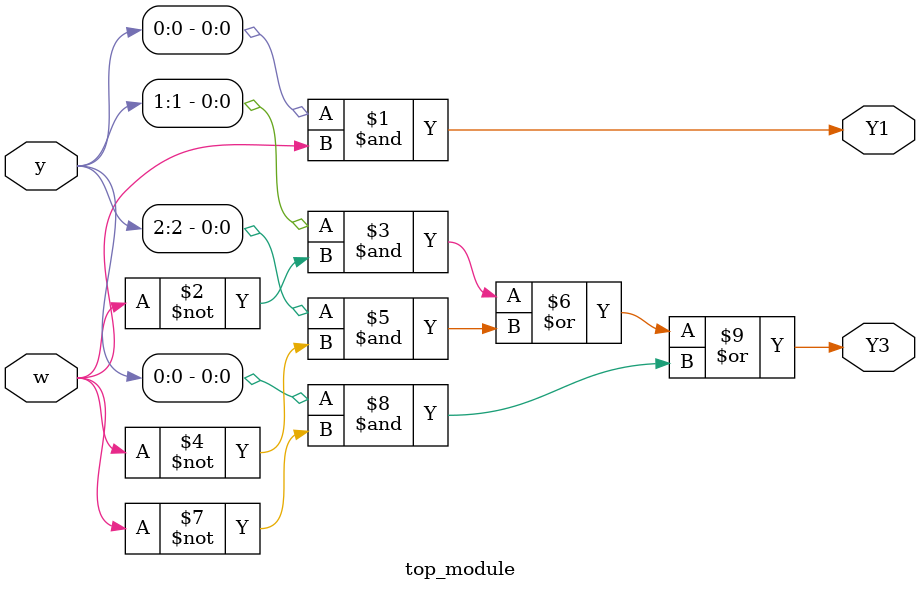
<source format=sv>
module top_module (
    input [5:0] y,
    input w,
    output Y1,
    output Y3
);

    // The next state logic for Y1 (state B): Only active from state A when w is 1
    assign Y1 = y[0] & w;

    // The next state logic for Y3 (state D): 
    // - From state B when w is 0;
    // - From state C when w is 0;
    // - From state A when w is 0 (Added this condition which was missing)
    assign Y3 = y[1] & ~w | y[2] & ~w | y[0] & ~w;
    
endmodule

</source>
